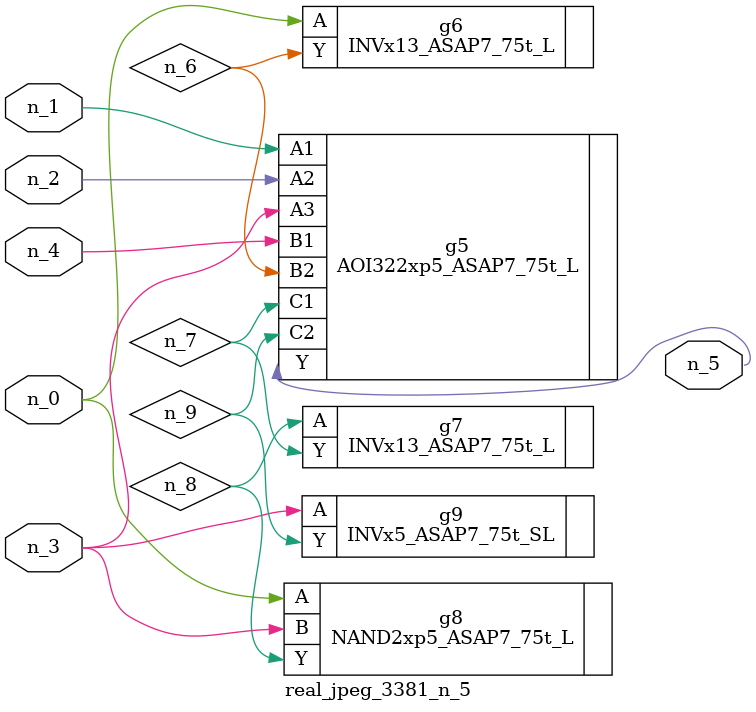
<source format=v>
module real_jpeg_3381_n_5 (n_4, n_0, n_1, n_2, n_3, n_5);

input n_4;
input n_0;
input n_1;
input n_2;
input n_3;

output n_5;

wire n_8;
wire n_6;
wire n_7;
wire n_9;

INVx13_ASAP7_75t_L g6 ( 
.A(n_0),
.Y(n_6)
);

NAND2xp5_ASAP7_75t_L g8 ( 
.A(n_0),
.B(n_3),
.Y(n_8)
);

AOI322xp5_ASAP7_75t_L g5 ( 
.A1(n_1),
.A2(n_2),
.A3(n_3),
.B1(n_4),
.B2(n_6),
.C1(n_7),
.C2(n_9),
.Y(n_5)
);

INVx5_ASAP7_75t_SL g9 ( 
.A(n_3),
.Y(n_9)
);

INVx13_ASAP7_75t_L g7 ( 
.A(n_8),
.Y(n_7)
);


endmodule
</source>
